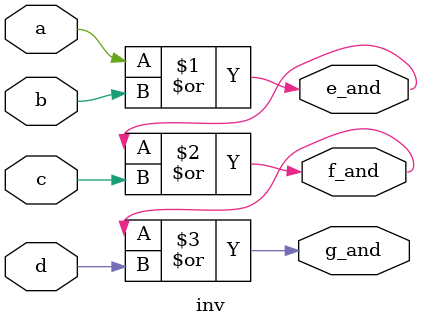
<source format=v>
`timescale 1ns / 1ps


module inv(
    input a,
    input b,
    input c,
    input d,
    output e_and,
    output f_and,
    output g_and    
    );
    or(e_and,a,b);
    or(f_and,e_and,c);
    or(g_and,f_and,d);    
endmodule
</source>
